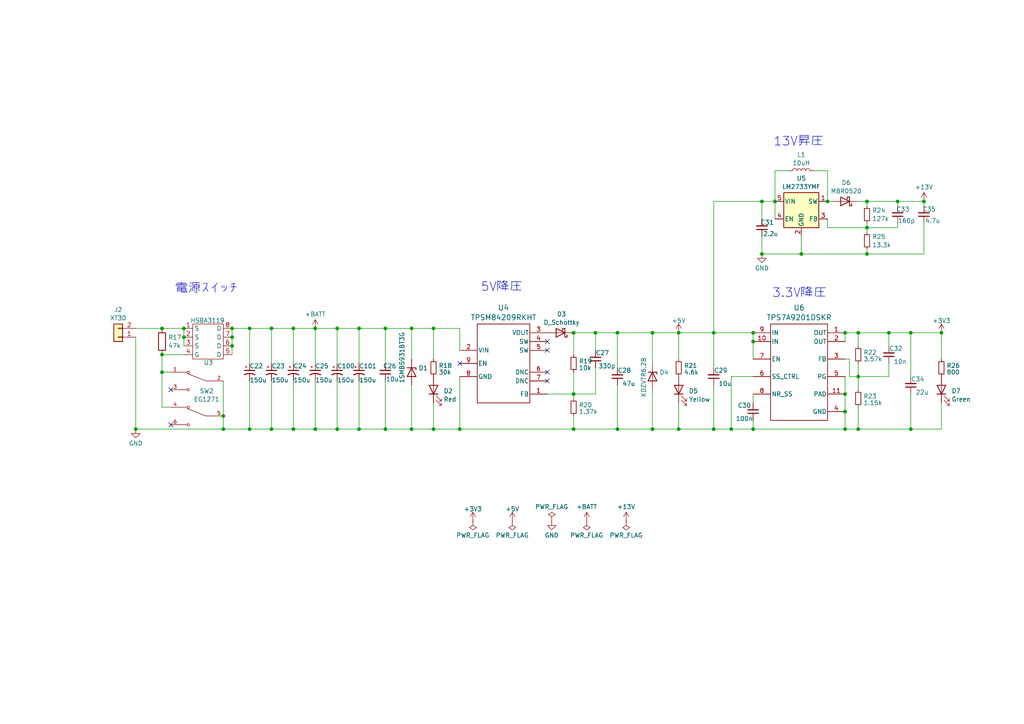
<source format=kicad_sch>
(kicad_sch (version 20231120) (generator "eeschema") (generator_version "8.0")
  (paper "A4")
  (lib_symbols
    (symbol "Connector_Generic:Conn_01x02" (pin_names (offset 1.016) hide)
      (property "Reference" "J" (at 0 2.54 0))
      (property "Value" "Conn_01x02" (at 0 -5.08 0))
      (symbol "Conn_01x02_1_1"
        (rectangle (start -1.27 -2.413) (end 0 -2.667) (stroke (width 0.1524)))
        (rectangle (start -1.27 0.127) (end 0 -0.127) (stroke (width 0.1524)))
        (rectangle (start -1.27 1.27) (end 1.27 -3.81) (stroke (width 0.254)) (fill (type background)))
        (pin passive line (at -5.08 0 0) (length 3.81) (name "Pin_1") (number "1"))
        (pin passive line (at -5.08 -2.54 0) (length 3.81) (name "Pin_2") (number "2"))
      )
    )
    (symbol "Device:C_Polarized_Small_US" (pin_numbers hide) (pin_names (offset 0.254) hide)
      (property "Reference" "C" (at 0.254 1.778 0))
      (property "Value" "C_Polarized_Small_US" (at 0.254 -2.032 0))
      (symbol "C_Polarized_Small_US_0_1"
        (polyline (pts (xy -1.524 0.508) (xy 1.524 0.508)) (stroke (width 0.3048)))
        (polyline (pts (xy -1.27 1.524) (xy -0.762 1.524)))
        (polyline (pts (xy -1.016 1.27) (xy -1.016 1.778)))
        (arc (start 1.524 -0.762) (mid 0 -0.3734) (end -1.524 -0.762) (stroke (width 0.3048)))
      )
      (symbol "C_Polarized_Small_US_1_1"
        (pin passive line (at 0 2.54 270) (length 2.032) (name "~") (number "1"))
        (pin passive line (at 0 -2.54 90) (length 2.032) (name "~") (number "2"))
      )
    )
    (symbol "Device:C_Small" (pin_numbers hide) (pin_names (offset 0.254) hide)
      (property "Reference" "C" (at 0.254 1.778 0))
      (property "Value" "C_Small" (at 0.254 -2.032 0))
      (symbol "C_Small_0_1"
        (polyline (pts (xy -1.524 -0.508) (xy 1.524 -0.508)) (stroke (width 0.3302)))
        (polyline (pts (xy -1.524 0.508) (xy 1.524 0.508)) (stroke (width 0.3048)))
      )
      (symbol "C_Small_1_1"
        (pin passive line (at 0 2.54 270) (length 2.032) (name "~") (number "1"))
        (pin passive line (at 0 -2.54 90) (length 2.032) (name "~") (number "2"))
      )
    )
    (symbol "Device:D_Schottky" (pin_numbers hide) (pin_names (offset 1.016) hide)
      (property "Reference" "D" (at 0 2.54 0))
      (property "Value" "D_Schottky" (at 0 -2.54 0))
      (symbol "D_Schottky_0_1"
        (polyline (pts (xy 1.27 0) (xy -1.27 0)))
        (polyline (pts (xy 1.27 1.27) (xy 1.27 -1.27) (xy -1.27 0) (xy 1.27 1.27)) (stroke (width 0.254)))
        (polyline (pts (xy -1.905 0.635) (xy -1.905 1.27) (xy -1.27 1.27) (xy -1.27 -1.27) (xy -0.635 -1.27) (xy -0.635 -0.635)) (stroke (width 0.254)))
      )
      (symbol "D_Schottky_1_1"
        (pin passive line (at -3.81 0 0) (length 2.54) (name "K") (number "1"))
        (pin passive line (at 3.81 0 180) (length 2.54) (name "A") (number "2"))
      )
    )
    (symbol "Device:D_Zener" (pin_numbers hide) (pin_names (offset 1.016) hide)
      (property "Reference" "D" (at 0 2.54 0))
      (property "Value" "D_Zener" (at 0 -2.54 0))
      (symbol "D_Zener_0_1"
        (polyline (pts (xy 1.27 0) (xy -1.27 0)))
        (polyline (pts (xy -1.27 -1.27) (xy -1.27 1.27) (xy -0.762 1.27)) (stroke (width 0.254)))
        (polyline (pts (xy 1.27 -1.27) (xy 1.27 1.27) (xy -1.27 0) (xy 1.27 -1.27)) (stroke (width 0.254)))
      )
      (symbol "D_Zener_1_1"
        (pin passive line (at -3.81 0 0) (length 2.54) (name "K") (number "1"))
        (pin passive line (at 3.81 0 180) (length 2.54) (name "A") (number "2"))
      )
    )
    (symbol "Device:L" (pin_numbers hide) (pin_names (offset 1.016) hide)
      (property "Reference" "L" (at -1.27 0 90))
      (property "Value" "L" (at 1.905 0 90))
      (symbol "L_0_1"
        (arc (start 0 -2.54) (mid 0.6323 -1.905) (end 0 -1.27))
        (arc (start 0 -1.27) (mid 0.6323 -0.635) (end 0 0))
        (arc (start 0 0) (mid 0.6323 0.635) (end 0 1.27))
        (arc (start 0 1.27) (mid 0.6323 1.905) (end 0 2.54))
      )
      (symbol "L_1_1"
        (pin passive line (at 0 3.81 270) (length 1.27) (name "1") (number "1"))
        (pin passive line (at 0 -3.81 90) (length 1.27) (name "2") (number "2"))
      )
    )
    (symbol "Device:LED" (pin_numbers hide) (pin_names (offset 1.016) hide)
      (property "Reference" "D" (at 0 2.54 0))
      (property "Value" "LED" (at 0 -2.54 0))
      (symbol "LED_0_1"
        (polyline (pts (xy -1.27 -1.27) (xy -1.27 1.27)) (stroke (width 0.254)))
        (polyline (pts (xy -1.27 0) (xy 1.27 0)))
        (polyline (pts (xy 1.27 -1.27) (xy 1.27 1.27) (xy -1.27 0) (xy 1.27 -1.27)) (stroke (width 0.254)))
        (polyline (pts (xy -3.048 -0.762) (xy -4.572 -2.286) (xy -3.81 -2.286) (xy -4.572 -2.286) (xy -4.572 -1.524)))
        (polyline (pts (xy -1.778 -0.762) (xy -3.302 -2.286) (xy -2.54 -2.286) (xy -3.302 -2.286) (xy -3.302 -1.524)))
      )
      (symbol "LED_1_1"
        (pin passive line (at -3.81 0 0) (length 2.54) (name "K") (number "1"))
        (pin passive line (at 3.81 0 180) (length 2.54) (name "A") (number "2"))
      )
    )
    (symbol "Device:R" (pin_numbers hide) (pin_names (offset 0))
      (property "Reference" "R" (at 2.032 0 90))
      (property "Value" "R" (at 0 0 90))
      (symbol "R_0_1"
        (rectangle (start -1.016 -2.54) (end 1.016 2.54) (stroke (width 0.254)))
      )
      (symbol "R_1_1"
        (pin passive line (at 0 3.81 270) (length 1.27) (name "~") (number "1"))
        (pin passive line (at 0 -3.81 90) (length 1.27) (name "~") (number "2"))
      )
    )
    (symbol "Device:R_Small" (pin_numbers hide) (pin_names (offset 0.254) hide)
      (property "Reference" "R" (at 0.762 0.508 0))
      (property "Value" "R_Small" (at 0.762 -1.016 0))
      (symbol "R_Small_0_1"
        (rectangle (start -0.762 1.778) (end 0.762 -1.778) (stroke (width 0.2032)))
      )
      (symbol "R_Small_1_1"
        (pin passive line (at 0 2.54 270) (length 0.762) (name "~") (number "1"))
        (pin passive line (at 0 -2.54 90) (length 0.762) (name "~") (number "2"))
      )
    )
    (symbol "Regulator_Switching:LM2733YMF" (pin_names (offset 0.254))
      (property "Reference" "U" (at -5.08 6.35 0))
      (property "Value" "LM2733YMF" (at 0 6.35 0))
      (symbol "LM2733YMF_0_1"
        (rectangle (start -5.08 5.08) (end 5.08 -5.08) (stroke (width 0.254)) (fill (type background)))
      )
      (symbol "LM2733YMF_1_1"
        (pin output line (at 7.62 2.54 180) (length 2.54) (name "SW") (number "1"))
        (pin power_in line (at 0 -7.62 90) (length 2.54) (name "GND") (number "2"))
        (pin input line (at 7.62 -2.54 180) (length 2.54) (name "FB") (number "3"))
        (pin input line (at -7.62 -2.54 0) (length 2.54) (name "EN") (number "4"))
        (pin input line (at -7.62 2.54 0) (length 2.54) (name "VIN") (number "5"))
      )
    )
    (symbol "power:+12V" (power) (pin_numbers hide) (pin_names (offset 0) hide)
      (property "Value" "+12V" (at 0 3.556 0))
      (symbol "+12V_0_1"
        (polyline (pts (xy -0.762 1.27) (xy 0 2.54)))
        (polyline (pts (xy 0 0) (xy 0 2.54)))
        (polyline (pts (xy 0 2.54) (xy 0.762 1.27)))
      )
      (symbol "+12V_1_1"
        (pin power_in line (at 0 0 90) (length 0) (name "~") (number "1"))
      )
    )
    (symbol "power:+3V3" (power) (pin_numbers hide) (pin_names (offset 0) hide)
      (property "Value" "+3V3" (at 0 3.556 0))
      (symbol "+3V3_0_1"
        (polyline (pts (xy -0.762 1.27) (xy 0 2.54)))
        (polyline (pts (xy 0 0) (xy 0 2.54)))
        (polyline (pts (xy 0 2.54) (xy 0.762 1.27)))
      )
      (symbol "+3V3_1_1"
        (pin power_in line (at 0 0 90) (length 0) (name "~") (number "1"))
      )
    )
    (symbol "power:+5V" (power) (pin_numbers hide) (pin_names (offset 0) hide)
      (property "Value" "+5V" (at 0 3.556 0))
      (symbol "+5V_0_1"
        (polyline (pts (xy -0.762 1.27) (xy 0 2.54)))
        (polyline (pts (xy 0 0) (xy 0 2.54)))
        (polyline (pts (xy 0 2.54) (xy 0.762 1.27)))
      )
      (symbol "+5V_1_1"
        (pin power_in line (at 0 0 90) (length 0) (name "~") (number "1"))
      )
    )
    (symbol "power:+BATT" (power) (pin_numbers hide) (pin_names (offset 0) hide)
      (property "Value" "+BATT" (at 0 3.556 0))
      (symbol "+BATT_0_1"
        (polyline (pts (xy -0.762 1.27) (xy 0 2.54)))
        (polyline (pts (xy 0 0) (xy 0 2.54)))
        (polyline (pts (xy 0 2.54) (xy 0.762 1.27)))
      )
      (symbol "+BATT_1_1"
        (pin power_in line (at 0 0 90) (length 0) (name "~") (number "1"))
      )
    )
    (symbol "power:GND" (power) (pin_numbers hide) (pin_names (offset 0) hide)
      (property "Value" "GND" (at 0 -3.81 0))
      (symbol "GND_0_1"
        (polyline (pts (xy 0 0) (xy 0 -1.27) (xy 1.27 -1.27) (xy 0 -2.54) (xy -1.27 -1.27) (xy 0 -1.27)))
      )
      (symbol "GND_1_1"
        (pin power_in line (at 0 0 270) (length 0) (name "~") (number "1"))
      )
    )
    (symbol "power:PWR_FLAG" (power) (pin_numbers hide) (pin_names (offset 0) hide)
      (property "Value" "PWR_FLAG" (at 0 3.81 0))
      (symbol "PWR_FLAG_0_0"
        (pin power_out line (at 0 0 90) (length 0) (name "~") (number "1"))
      )
      (symbol "PWR_FLAG_0_1"
        (polyline (pts (xy 0 0) (xy 0 1.27) (xy -1.016 1.905) (xy 0 2.54) (xy 1.016 1.905) (xy 0 1.27)))
      )
    )
    (symbol "robocon:EG1271" (pin_names (offset 1.016))
      (property "Reference" "SW" (at -2.54 10.16 0))
      (property "Value" "EG1271" (at -2.54 -10.16 0))
      (symbol "EG1271_0_0"
        (polyline (pts (xy -2.54 -5.08) (xy -5.08 -5.08)) (stroke (width 0.1524)))
        (polyline (pts (xy -2.54 -5.08) (xy 2.794 -2.9464)) (stroke (width 0.1524)))
        (polyline (pts (xy -2.54 5.08) (xy -5.08 5.08)) (stroke (width 0.1524)))
        (polyline (pts (xy -2.54 5.08) (xy 2.794 7.2136)) (stroke (width 0.1524)))
        (polyline (pts (xy 5.08 -7.62) (xy 2.921 -7.62)) (stroke (width 0.1524)))
        (polyline (pts (xy 5.08 -2.54) (xy 2.921 -2.54)) (stroke (width 0.1524)))
        (polyline (pts (xy 5.08 2.54) (xy 2.921 2.54)) (stroke (width 0.1524)))
        (polyline (pts (xy 5.08 7.62) (xy 2.921 7.62)) (stroke (width 0.1524)))
        (circle (center 2.54 -7.62) (radius 0.3302) (stroke (width 0.1524)))
        (circle (center 2.54 -2.54) (radius 0.3302) (stroke (width 0.1524)))
        (circle (center 2.54 2.54) (radius 0.3302) (stroke (width 0.1524)))
        (circle (center 2.54 7.62) (radius 0.3302) (stroke (width 0.1524)))
        (pin passive line (at 7.62 7.62 180) (length 2.54) (name "~") (number "1"))
        (pin passive line (at -7.62 5.08 0) (length 2.54) (name "~") (number "2"))
        (pin passive line (at 7.62 2.54 180) (length 2.54) (name "~") (number "3"))
        (pin passive line (at 7.62 -2.54 180) (length 2.54) (name "~") (number "4"))
        (pin passive line (at -7.62 -5.08 0) (length 2.54) (name "~") (number "5"))
        (pin passive line (at 7.62 -7.62 180) (length 2.54) (name "~") (number "6"))
      )
    )
    (symbol "robocon:ESN7403"
      (property "Reference" "U" (at 0.508 3.556 0))
      (symbol "ESN7403_0_1"
        (rectangle (start -3.81 -7.62) (end 5.08 2.54))
      )
      (symbol "ESN7403_1_1"
        (pin passive line (at 7.62 -6.35 180) (length 2.54) (name "S") (number "1"))
        (pin passive line (at 7.62 -3.81 180) (length 2.54) (name "S") (number "2"))
        (pin passive line (at 7.62 -1.27 180) (length 2.54) (name "S") (number "3"))
        (pin passive line (at 7.62 1.27 180) (length 2.54) (name "G") (number "4"))
        (pin passive line (at -6.35 1.27 0) (length 2.54) (name "D") (number "5"))
        (pin passive line (at -6.35 -1.27 0) (length 2.54) (name "D") (number "6"))
        (pin passive line (at -6.35 -3.81 0) (length 2.54) (name "D") (number "7"))
        (pin passive line (at -6.35 -6.35 0) (length 2.54) (name "D") (number "8"))
      )
    )
    (symbol "robocon:TPS7A9201DSKT" (pin_names (offset 0.254))
      (property "Reference" "U" (at 0 16.764 0))
      (property "Value" "TPS7A9201DSKT" (at 0 14.224 0))
      (symbol "TPS7A9201DSKT_0_1"
        (polyline (pts (xy -8.89 -15.24) (xy 7.62 -15.24)) (stroke (width 0.2032)))
        (polyline (pts (xy -8.89 12.7) (xy -8.89 -15.24)) (stroke (width 0.2032)))
        (polyline (pts (xy 7.62 -15.24) (xy 7.62 12.7)) (stroke (width 0.2032)))
        (polyline (pts (xy 7.62 12.7) (xy -8.89 12.7)) (stroke (width 0.2032)))
        (pin power_in line (at 12.7 10.16 180) (length 5.08) (name "OUT") (number "1"))
        (pin power_in line (at -13.97 7.62 0) (length 5.08) (name "IN") (number "10"))
        (pin power_in line (at 12.7 -7.62 180) (length 5.08) (name "PAD") (number "11"))
        (pin power_in line (at 12.7 7.62 180) (length 5.08) (name "OUT") (number "2"))
        (pin input line (at 12.7 2.54 180) (length 5.08) (name "FB") (number "3"))
        (pin power_in line (at 12.7 -12.7 180) (length 5.08) (name "GND") (number "4"))
        (pin input line (at -13.97 -2.54 0) (length 5.08) (name "SS_CTRL") (number "6"))
        (pin input line (at -13.97 2.54 0) (length 5.08) (name "EN") (number "7"))
        (pin power_in line (at -13.97 10.16 0) (length 5.08) (name "IN") (number "9"))
      )
      (symbol "TPS7A9201DSKT_1_1"
        (pin input line (at 12.7 -2.54 180) (length 5.08) (name "PG") (number "5"))
        (pin passive line (at -13.97 -7.62 0) (length 5.08) (name "NR_SS") (number "8"))
      )
    )
    (symbol "robocon:TPSM84209RKHT" (pin_names (offset 0.254))
      (property "Reference" "U" (at 0 15.24 0))
      (property "Value" "TPSM84209RKHT" (at 0 12.7 0))
      (symbol "TPSM84209RKHT_0_1"
        (polyline (pts (xy -7.62 -11.43) (xy 7.62 -11.43)) (stroke (width 0.2032)))
        (polyline (pts (xy -7.62 11.43) (xy -7.62 -11.43)) (stroke (width 0.2032)))
        (polyline (pts (xy 7.62 -11.43) (xy 7.62 11.43)) (stroke (width 0.2032)))
        (polyline (pts (xy 7.62 11.43) (xy -7.62 11.43)) (stroke (width 0.2032)))
        (pin input line (at 12.7 -8.89 180) (length 5.08) (name "FB") (number "1"))
        (pin power_in line (at -12.7 3.81 0) (length 5.08) (name "VIN") (number "2"))
        (pin power_in line (at 12.7 6.35 180) (length 5.08) (name "SW") (number "4"))
        (pin power_in line (at 12.7 3.81 180) (length 5.08) (name "SW") (number "5"))
        (pin unspecified line (at 12.7 -2.54 180) (length 5.08) (name "DNC") (number "6"))
        (pin unspecified line (at 12.7 -5.08 180) (length 5.08) (name "DNC") (number "7"))
        (pin power_in line (at -12.7 -3.81 0) (length 5.08) (name "GND") (number "8"))
        (pin input line (at -12.7 0 0) (length 5.08) (name "EN") (number "9"))
      )
      (symbol "TPSM84209RKHT_1_1"
        (pin output line (at 12.7 8.89 180) (length 5.08) (name "VOUT") (number "3"))
      )
    )
  )
  (junction (at 224.79 58.42))
  (junction (at 248.92 124.46))
  (junction (at 245.11 124.46))
  (junction (at 220.98 58.42))
  (junction (at 104.14 95.25))
  (junction (at 248.92 96.52))
  (junction (at 91.44 124.46))
  (junction (at 251.46 66.04))
  (junction (at 196.85 96.52))
  (junction (at 133.35 124.46))
  (junction (at 64.77 124.46))
  (junction (at 257.81 96.52))
  (junction (at 260.35 58.42))
  (junction (at 67.31 97.79))
  (junction (at 111.76 124.46))
  (junction (at 212.09 124.46))
  (junction (at 111.76 95.25))
  (junction (at 67.31 100.33))
  (junction (at 67.31 95.25))
  (junction (at 179.07 96.52))
  (junction (at 245.11 114.3))
  (junction (at 232.41 73.66))
  (junction (at 104.14 124.46))
  (junction (at 64.77 120.65))
  (junction (at 207.01 124.46))
  (junction (at 218.44 96.52))
  (junction (at 91.44 95.25))
  (junction (at 53.34 97.79))
  (junction (at 273.05 96.52))
  (junction (at 119.38 124.46))
  (junction (at 220.98 73.66))
  (junction (at 125.73 124.46))
  (junction (at 245.11 119.38))
  (junction (at 78.74 95.25))
  (junction (at 78.74 124.46))
  (junction (at 85.09 124.46))
  (junction (at 196.85 124.46))
  (junction (at 46.99 102.87))
  (junction (at 218.44 99.06))
  (junction (at 172.72 96.52))
  (junction (at 53.34 95.25))
  (junction (at 85.09 95.25))
  (junction (at 39.37 124.46))
  (junction (at 46.99 95.25))
  (junction (at 189.23 96.52))
  (junction (at 264.16 96.52))
  (junction (at 179.07 124.46))
  (junction (at 218.44 124.46))
  (junction (at 119.38 95.25))
  (junction (at 46.99 107.95))
  (junction (at 251.46 58.42))
  (junction (at 267.97 58.42))
  (junction (at 97.79 95.25))
  (junction (at 189.23 124.46))
  (junction (at 166.37 96.52))
  (junction (at 166.37 114.3))
  (junction (at 72.39 95.25))
  (junction (at 264.16 124.46))
  (junction (at 251.46 73.66))
  (junction (at 207.01 96.52))
  (junction (at 166.37 124.46))
  (junction (at 125.73 95.25))
  (junction (at 245.11 96.52))
  (junction (at 72.39 124.46))
  (junction (at 97.79 124.46))
  (junction (at 248.92 109.22))
  (junction (at 240.03 58.42))
  (no_connect (at 158.75 110.49))
  (no_connect (at 49.53 113.03))
  (no_connect (at 49.53 123.19))
  (no_connect (at 158.75 99.06))
  (no_connect (at 133.35 105.41))
  (no_connect (at 158.75 101.6))
  (no_connect (at 158.75 107.95))
  (wire (pts (xy 245.11 109.22) (xy 245.11 114.3)))
  (wire (pts (xy 166.37 96.52) (xy 172.72 96.52)))
  (wire (pts (xy 172.72 101.6) (xy 172.72 96.52)))
  (wire (pts (xy 39.37 95.25) (xy 46.99 95.25)))
  (wire (pts (xy 220.98 73.66) (xy 232.41 73.66)))
  (wire (pts (xy 218.44 99.06) (xy 218.44 104.14)))
  (wire (pts (xy 104.14 124.46) (xy 111.76 124.46)))
  (wire (pts (xy 166.37 114.3) (xy 166.37 107.95)))
  (wire (pts (xy 67.31 97.79) (xy 67.31 100.33)))
  (wire (pts (xy 248.92 124.46) (xy 264.16 124.46)))
  (wire (pts (xy 196.85 104.14) (xy 196.85 96.52)))
  (wire (pts (xy 189.23 113.03) (xy 189.23 124.46)))
  (wire (pts (xy 220.98 68.58) (xy 220.98 73.66)))
  (wire (pts (xy 72.39 95.25) (xy 72.39 105.41)))
  (wire (pts (xy 207.01 106.68) (xy 207.01 96.52)))
  (wire (pts (xy 119.38 95.25) (xy 125.73 95.25)))
  (wire (pts (xy 224.79 58.42) (xy 224.79 63.5)))
  (wire (pts (xy 189.23 124.46) (xy 196.85 124.46)))
  (wire (pts (xy 246.38 104.14) (xy 246.38 109.22)))
  (wire (pts (xy 251.46 66.04) (xy 260.35 66.04)))
  (wire (pts (xy 78.74 95.25) (xy 85.09 95.25)))
  (wire (pts (xy 78.74 124.46) (xy 85.09 124.46)))
  (wire (pts (xy 91.44 95.25) (xy 97.79 95.25)))
  (wire (pts (xy 248.92 109.22) (xy 257.81 109.22)))
  (wire (pts (xy 240.03 66.04) (xy 251.46 66.04)))
  (wire (pts (xy 207.01 124.46) (xy 212.09 124.46)))
  (wire (pts (xy 133.35 109.22) (xy 133.35 124.46)))
  (wire (pts (xy 212.09 124.46) (xy 218.44 124.46)))
  (wire (pts (xy 228.6 49.53) (xy 224.79 49.53)))
  (wire (pts (xy 85.09 124.46) (xy 91.44 124.46)))
  (wire (pts (xy 46.99 118.11) (xy 49.53 118.11)))
  (wire (pts (xy 251.46 66.04) (xy 251.46 67.31)))
  (wire (pts (xy 232.41 73.66) (xy 232.41 68.58)))
  (wire (pts (xy 257.81 105.41) (xy 257.81 109.22)))
  (wire (pts (xy 260.35 58.42) (xy 267.97 58.42)))
  (wire (pts (xy 218.44 109.22) (xy 212.09 109.22)))
  (wire (pts (xy 72.39 124.46) (xy 78.74 124.46)))
  (wire (pts (xy 119.38 111.76) (xy 119.38 124.46)))
  (wire (pts (xy 218.44 124.46) (xy 245.11 124.46)))
  (wire (pts (xy 172.72 106.68) (xy 172.72 114.3)))
  (wire (pts (xy 236.22 49.53) (xy 240.03 49.53)))
  (wire (pts (xy 67.31 95.25) (xy 67.31 97.79)))
  (wire (pts (xy 111.76 95.25) (xy 119.38 95.25)))
  (wire (pts (xy 78.74 95.25) (xy 78.74 105.41)))
  (wire (pts (xy 220.98 58.42) (xy 224.79 58.42)))
  (wire (pts (xy 224.79 49.53) (xy 224.79 58.42)))
  (wire (pts (xy 104.14 110.49) (xy 104.14 124.46)))
  (wire (pts (xy 111.76 124.46) (xy 119.38 124.46)))
  (wire (pts (xy 78.74 110.49) (xy 78.74 124.46)))
  (wire (pts (xy 53.34 95.25) (xy 53.34 97.79)))
  (wire (pts (xy 220.98 58.42) (xy 207.01 58.42)))
  (wire (pts (xy 207.01 58.42) (xy 207.01 96.52)))
  (wire (pts (xy 67.31 95.25) (xy 72.39 95.25)))
  (wire (pts (xy 273.05 104.14) (xy 273.05 96.52)))
  (wire (pts (xy 158.75 114.3) (xy 166.37 114.3)))
  (wire (pts (xy 64.77 120.65) (xy 64.77 124.46)))
  (wire (pts (xy 248.92 109.22) (xy 248.92 113.03)))
  (wire (pts (xy 166.37 124.46) (xy 166.37 120.65)))
  (wire (pts (xy 104.14 95.25) (xy 111.76 95.25)))
  (wire (pts (xy 91.44 95.25) (xy 85.09 95.25)))
  (wire (pts (xy 133.35 124.46) (xy 166.37 124.46)))
  (wire (pts (xy 125.73 95.25) (xy 125.73 104.14)))
  (wire (pts (xy 179.07 111.76) (xy 179.07 124.46)))
  (wire (pts (xy 245.11 104.14) (xy 246.38 104.14)))
  (wire (pts (xy 179.07 96.52) (xy 189.23 96.52)))
  (wire (pts (xy 64.77 124.46) (xy 72.39 124.46)))
  (wire (pts (xy 46.99 107.95) (xy 46.99 118.11)))
  (wire (pts (xy 251.46 73.66) (xy 267.97 73.66)))
  (wire (pts (xy 248.92 96.52) (xy 245.11 96.52)))
  (wire (pts (xy 91.44 124.46) (xy 97.79 124.46)))
  (wire (pts (xy 251.46 58.42) (xy 260.35 58.42)))
  (wire (pts (xy 248.92 100.33) (xy 248.92 96.52)))
  (wire (pts (xy 248.92 124.46) (xy 245.11 124.46)))
  (wire (pts (xy 218.44 121.92) (xy 218.44 124.46)))
  (wire (pts (xy 46.99 102.87) (xy 46.99 107.95)))
  (wire (pts (xy 111.76 110.49) (xy 111.76 124.46)))
  (wire (pts (xy 196.85 116.84) (xy 196.85 124.46)))
  (wire (pts (xy 267.97 64.77) (xy 267.97 73.66)))
  (wire (pts (xy 189.23 96.52) (xy 196.85 96.52)))
  (wire (pts (xy 251.46 64.77) (xy 251.46 66.04)))
  (wire (pts (xy 246.38 109.22) (xy 248.92 109.22)))
  (wire (pts (xy 67.31 100.33) (xy 67.31 102.87)))
  (wire (pts (xy 240.03 63.5) (xy 240.03 66.04)))
  (wire (pts (xy 260.35 58.42) (xy 260.35 59.69)))
  (wire (pts (xy 53.34 95.25) (xy 46.99 95.25)))
  (wire (pts (xy 257.81 96.52) (xy 257.81 100.33)))
  (wire (pts (xy 264.16 114.3) (xy 264.16 124.46)))
  (wire (pts (xy 245.11 114.3) (xy 245.11 119.38)))
  (wire (pts (xy 273.05 96.52) (xy 264.16 96.52)))
  (wire (pts (xy 245.11 96.52) (xy 245.11 99.06)))
  (wire (pts (xy 85.09 110.49) (xy 85.09 124.46)))
  (wire (pts (xy 248.92 105.41) (xy 248.92 109.22)))
  (wire (pts (xy 196.85 96.52) (xy 207.01 96.52)))
  (wire (pts (xy 104.14 95.25) (xy 104.14 105.41)))
  (wire (pts (xy 257.81 96.52) (xy 264.16 96.52)))
  (wire (pts (xy 111.76 95.25) (xy 111.76 105.41)))
  (wire (pts (xy 91.44 110.49) (xy 91.44 124.46)))
  (wire (pts (xy 72.39 110.49) (xy 72.39 124.46)))
  (wire (pts (xy 91.44 95.25) (xy 91.44 105.41)))
  (wire (pts (xy 179.07 124.46) (xy 166.37 124.46)))
  (wire (pts (xy 251.46 72.39) (xy 251.46 73.66)))
  (wire (pts (xy 119.38 124.46) (xy 125.73 124.46)))
  (wire (pts (xy 125.73 116.84) (xy 125.73 124.46)))
  (wire (pts (xy 220.98 63.5) (xy 220.98 58.42)))
  (wire (pts (xy 248.92 58.42) (xy 251.46 58.42)))
  (wire (pts (xy 248.92 96.52) (xy 257.81 96.52)))
  (wire (pts (xy 196.85 124.46) (xy 207.01 124.46)))
  (wire (pts (xy 64.77 110.49) (xy 64.77 120.65)))
  (wire (pts (xy 189.23 96.52) (xy 189.23 105.41)))
  (wire (pts (xy 207.01 96.52) (xy 218.44 96.52)))
  (wire (pts (xy 218.44 116.84) (xy 218.44 114.3)))
  (wire (pts (xy 218.44 96.52) (xy 218.44 99.06)))
  (wire (pts (xy 166.37 114.3) (xy 172.72 114.3)))
  (wire (pts (xy 245.11 124.46) (xy 245.11 119.38)))
  (wire (pts (xy 166.37 102.87) (xy 166.37 96.52)))
  (wire (pts (xy 119.38 95.25) (xy 119.38 104.14)))
  (wire (pts (xy 267.97 59.69) (xy 267.97 58.42)))
  (wire (pts (xy 251.46 59.69) (xy 251.46 58.42)))
  (wire (pts (xy 39.37 124.46) (xy 39.37 97.79)))
  (wire (pts (xy 85.09 95.25) (xy 85.09 105.41)))
  (wire (pts (xy 264.16 124.46) (xy 273.05 124.46)))
  (wire (pts (xy 179.07 96.52) (xy 172.72 96.52)))
  (wire (pts (xy 179.07 124.46) (xy 189.23 124.46)))
  (wire (pts (xy 39.37 124.46) (xy 64.77 124.46)))
  (wire (pts (xy 125.73 124.46) (xy 133.35 124.46)))
  (wire (pts (xy 179.07 106.68) (xy 179.07 96.52)))
  (wire (pts (xy 97.79 124.46) (xy 104.14 124.46)))
  (wire (pts (xy 133.35 95.25) (xy 133.35 101.6)))
  (wire (pts (xy 72.39 95.25) (xy 78.74 95.25)))
  (wire (pts (xy 97.79 110.49) (xy 97.79 124.46)))
  (wire (pts (xy 166.37 115.57) (xy 166.37 114.3)))
  (wire (pts (xy 240.03 49.53) (xy 240.03 58.42)))
  (wire (pts (xy 53.34 97.79) (xy 53.34 100.33)))
  (wire (pts (xy 240.03 58.42) (xy 241.3 58.42)))
  (wire (pts (xy 207.01 111.76) (xy 207.01 124.46)))
  (wire (pts (xy 212.09 109.22) (xy 212.09 124.46)))
  (wire (pts (xy 260.35 66.04) (xy 260.35 64.77)))
  (wire (pts (xy 264.16 109.22) (xy 264.16 96.52)))
  (wire (pts (xy 97.79 95.25) (xy 97.79 105.41)))
  (wire (pts (xy 49.53 107.95) (xy 46.99 107.95)))
  (wire (pts (xy 125.73 95.25) (xy 133.35 95.25)))
  (wire (pts (xy 232.41 73.66) (xy 251.46 73.66)))
  (wire (pts (xy 273.05 116.84) (xy 273.05 124.46)))
  (wire (pts (xy 248.92 118.11) (xy 248.92 124.46)))
  (wire (pts (xy 46.99 102.87) (xy 53.34 102.87)))
  (wire (pts (xy 97.79 95.25) (xy 104.14 95.25)))
  (text "3.3V降圧" (at 231.902 85.09 0) (effects (font (size 2.54 2.54))))
  (text "13V昇圧" (at 231.648 41.148 0) (effects (font (size 2.54 2.54))))
  (text "電源スイッチ" (at 59.944 83.82 0) (effects (font (size 2.54 2.54))))
  (text "5V降圧" (at 145.542 83.312 0) (effects (font (size 2.54 2.54))))
  (symbol (lib_id "power:+5V") (at 196.85 96.52 0) (unit 1)
    (property "Reference" "#PWR045" (effects (hide yes)))
    (property "Value" "+5V" (at 196.85 93.0181 0))
    (property "Description" "Power symbol creates a global label with name \"+5V\"" (effects (hide yes)))
  )
  (symbol (lib_id "power:+12V") (at 181.61 151.13 0) (unit 1)
    (property "Reference" "#PWR044" (effects (hide yes)))
    (property "Value" "+13V" (at 181.61 146.9969 0))
    (property "Description" "Power symbol creates a global label with name \"+12V\"" (effects (hide yes)))
  )
  (symbol (lib_id "Device:L") (at 232.41 49.53 90) (unit 1)
    (property "Reference" "L1" (at 232.41 44.8802 90))
    (property "Value" "10uH" (at 232.41 47.3045 90))
    (property "Footprint" "Inductor_SMD:L_1008_2520Metric" (effects (hide yes)))
    (property "Datasheet" "C237599" (effects (hide yes)))
    (property "Description" "Inductor" (effects (hide yes)))
  )
  (symbol (lib_id "Device:C_Polarized_Small_US") (at 97.79 107.95 0) (unit 1)
    (property "Reference" "C100" (at 97.79 106.172 0) (effects (justify left)))
    (property "Value" "150u" (at 97.79 110.236 0) (effects (justify left)))
    (property "Footprint" "Capacitor_Tantalum_SMD:CP_EIA-7343-31_Kemet-D" (effects (hide yes)))
    (property "Datasheet" "C2158477" (effects (hide yes)))
    (property "Description" "Polarized capacitor, small US symbol" (effects (hide yes)))
  )
  (symbol (lib_id "Device:R_Small") (at 251.46 69.85 180) (unit 1)
    (property "Reference" "R25" (at 252.9586 68.6378 0) (effects (justify right)))
    (property "Value" "13.3k" (at 252.9586 71.0621 0) (effects (justify right)))
    (property "Footprint" "Resistor_SMD:R_0402_1005Metric" (effects (hide yes)))
    (property "Datasheet" "C122547" (effects (hide yes)))
    (property "Description" "Resistor, small symbol" (effects (hide yes)))
  )
  (symbol (lib_id "Device:C_Small") (at 257.81 102.87 180) (unit 1)
    (property "Reference" "C32" (at 259.842 101.092 0))
    (property "Value" "10n" (at 261.112 104.902 0))
    (property "Footprint" "Capacitor_SMD:C_0402_1005Metric" (effects (hide yes)))
    (property "Datasheet" "C77019" (effects (hide yes)))
    (property "Description" "Unpolarized capacitor, small symbol" (effects (hide yes)))
  )
  (symbol (lib_id "Device:C_Small") (at 267.97 62.23 180) (unit 1)
    (property "Reference" "C35" (at 269.494 60.706 0))
    (property "Value" "4.7u" (at 270.51 64.008 0))
    (property "Footprint" "Capacitor_SMD:C_0402_1005Metric" (effects (hide yes)))
    (property "Datasheet" "C2858031" (effects (hide yes)))
    (property "Description" "Unpolarized capacitor, small symbol" (effects (hide yes)))
  )
  (symbol (lib_id "power:PWR_FLAG") (at 181.61 151.13 180) (unit 1)
    (property "Reference" "#FLG05" (effects (hide yes)))
    (property "Value" "PWR_FLAG" (at 181.61 155.2631 0))
    (property "Description" "Special symbol for telling ERC where power comes from" (effects (hide yes)))
  )
  (symbol (lib_id "Device:C_Polarized_Small_US") (at 104.14 107.95 0) (unit 1)
    (property "Reference" "C101" (at 104.14 106.172 0) (effects (justify left)))
    (property "Value" "150u" (at 104.14 110.236 0) (effects (justify left)))
    (property "Footprint" "Capacitor_Tantalum_SMD:CP_EIA-7343-31_Kemet-D" (effects (hide yes)))
    (property "Datasheet" "C2158477" (effects (hide yes)))
    (property "Description" "Polarized capacitor, small US symbol" (effects (hide yes)))
  )
  (symbol (lib_id "power:+BATT") (at 170.18 151.13 0) (unit 1)
    (property "Reference" "#PWR043" (effects (hide yes)))
    (property "Value" "+BATT" (at 170.18 146.9969 0))
    (property "Description" "Power symbol creates a global label with name \"+BATT\"" (effects (hide yes)))
  )
  (symbol (lib_id "power:GND") (at 220.98 73.66 0) (unit 1)
    (property "Reference" "#PWR046" (effects (hide yes)))
    (property "Value" "GND" (at 220.98 77.7955 0))
    (property "Description" "Power symbol creates a global label with name \"GND\" , ground" (effects (hide yes)))
  )
  (symbol (lib_id "Device:R_Small") (at 248.92 102.87 180) (unit 1)
    (property "Reference" "R22" (at 250.4186 102.2263 0) (effects (justify right)))
    (property "Value" "3.57k" (at 250.4186 104.1473 0) (effects (justify right)))
    (property "Footprint" "Resistor_SMD:R_0402_1005Metric" (effects (hide yes)))
    (property "Datasheet" "C284525" (effects (hide yes)))
    (property "Description" "Resistor, small symbol" (effects (hide yes)))
  )
  (symbol (lib_id "robocon:ESN7403") (at 60.96 101.6 180) (unit 1)
    (property "Reference" "U3" (at 60.452 105.156 0))
    (property "Value" "HSBA3119" (at 60.198 92.964 0))
    (property "Footprint" "robot_contest:IRFH7084TRPBF_INF" (effects (hide yes)))
    (property "Datasheet" "C537895" (effects (hide yes)))
  )
  (symbol (lib_id "Device:C_Small") (at 218.44 119.38 0) (mirror x) (unit 1)
    (property "Reference" "C30" (at 215.9 117.602 0))
    (property "Value" "100n" (at 215.9 121.412 0))
    (property "Footprint" "Capacitor_SMD:C_0402_1005Metric" (effects (hide yes)))
    (property "Datasheet" "C77020" (effects (hide yes)))
    (property "Description" "Unpolarized capacitor, small symbol" (effects (hide yes)))
  )
  (symbol (lib_id "Device:R") (at 46.99 99.06 180) (unit 1)
    (property "Reference" "R17" (at 48.768 97.8478 0) (effects (justify right)))
    (property "Value" "47k" (at 48.768 100.2721 0) (effects (justify right)))
    (property "Footprint" "Resistor_SMD:R_0402_1005Metric" (effects (hide yes)))
    (property "Datasheet" "C163440" (effects (hide yes)))
    (property "Description" "Resistor" (effects (hide yes)))
  )
  (symbol (lib_id "Device:R_Small") (at 248.92 115.57 180) (unit 1)
    (property "Reference" "R23" (at 250.4186 114.9263 0) (effects (justify right)))
    (property "Value" "1.15k" (at 250.4186 116.8473 0) (effects (justify right)))
    (property "Footprint" "Resistor_SMD:R_0402_1005Metric" (effects (hide yes)))
    (property "Datasheet" "C226842" (effects (hide yes)))
    (property "Description" "Resistor, small symbol" (effects (hide yes)))
  )
  (symbol (lib_id "Connector_Generic:Conn_01x02") (at 34.29 97.79 180) (unit 1)
    (property "Reference" "J2" (at 34.29 89.8355 0))
    (property "Value" "XT30" (at 34.29 92.2598 0))
    (property "Footprint" "robot_contest:AMASS_XT30PW-M_1x02_P2.50mm_Horizontal" (effects (hide yes)))
    (property "Datasheet" "C431092" (effects (hide yes)))
    (property "Description" "Generic connector, single row, 01x02, script generated (kicad-library-utils/schlib/autogen/connector/)" (effects (hide yes)))
  )
  (symbol (lib_id "Device:LED") (at 196.85 113.03 90) (unit 1)
    (property "Reference" "D5" (at 199.771 113.4053 90) (effects (justify right)))
    (property "Value" "Yellow" (at 199.771 115.8296 90) (effects (justify right)))
    (property "Footprint" "LED_SMD:LED_0603_1608Metric" (effects (hide yes)))
    (property "Datasheet" "C965808" (effects (hide yes)))
    (property "Description" "Light emitting diode" (effects (hide yes)))
  )
  (symbol (lib_id "power:+BATT") (at 91.44 95.25 0) (unit 1)
    (property "Reference" "#PWR039" (effects (hide yes)))
    (property "Value" "+BATT" (at 91.44 91.1169 0))
    (property "Description" "Power symbol creates a global label with name \"+BATT\"" (effects (hide yes)))
  )
  (symbol (lib_id "power:GND") (at 160.02 151.13 0) (unit 1)
    (property "Reference" "#PWR042" (effects (hide yes)))
    (property "Value" "GND" (at 160.02 155.2655 0))
    (property "Description" "Power symbol creates a global label with name \"GND\" , ground" (effects (hide yes)))
  )
  (symbol (lib_id "power:+3V3") (at 137.16 151.13 0) (unit 1)
    (property "Reference" "#PWR040" (effects (hide yes)))
    (property "Value" "+3V3" (at 137.16 147.6281 0))
    (property "Description" "Power symbol creates a global label with name \"+3V3\"" (effects (hide yes)))
  )
  (symbol (lib_id "Device:R_Small") (at 251.46 62.23 180) (unit 1)
    (property "Reference" "R24" (at 252.9586 61.0178 0) (effects (justify right)))
    (property "Value" "127k" (at 252.9586 63.4421 0) (effects (justify right)))
    (property "Footprint" "Resistor_SMD:R_0402_1005Metric" (effects (hide yes)))
    (property "Datasheet" "C25751" (effects (hide yes)))
    (property "Description" "Resistor, small symbol" (effects (hide yes)))
  )
  (symbol (lib_id "Device:D_Zener") (at 189.23 109.22 270) (unit 1)
    (property "Reference" "D4" (at 191.262 108.0078 90) (effects (justify left)))
    (property "Value" "KDZVTR6.2B" (at 186.69 103.632 0) (effects (justify left)))
    (property "Footprint" "Diode_SMD:D_SOD-123F" (effects (hide yes)))
    (property "Datasheet" "C209592" (effects (hide yes)))
    (property "Description" "Zener diode" (effects (hide yes)))
  )
  (symbol (lib_id "Device:D_Schottky") (at 245.11 58.42 180) (unit 1)
    (property "Reference" "D6" (at 245.4275 53.0055 0))
    (property "Value" "MBR0520" (at 245.4275 55.4298 0))
    (property "Footprint" "Diode_SMD:D_SOD-123" (effects (hide yes)))
    (property "Datasheet" "C23848" (effects (hide yes)))
    (property "Description" "Schottky diode" (effects (hide yes)))
  )
  (symbol (lib_id "Device:R_Small") (at 273.05 106.68 180) (unit 1)
    (property "Reference" "R26" (at 274.5486 106.0363 0) (effects (justify right)))
    (property "Value" "800" (at 274.5486 107.9573 0) (effects (justify right)))
    (property "Footprint" "Resistor_SMD:R_0402_1005Metric" (effects (hide yes)))
    (property "Datasheet" "C2906885" (effects (hide yes)))
    (property "Description" "Resistor, small symbol" (effects (hide yes)))
  )
  (symbol (lib_id "Device:C_Small") (at 220.98 66.04 180) (unit 1)
    (property "Reference" "C31" (at 222.504 64.516 0))
    (property "Value" "2.2u" (at 223.52 67.818 0))
    (property "Footprint" "Capacitor_SMD:C_0402_1005Metric" (effects (hide yes)))
    (property "Datasheet" "C697612" (effects (hide yes)))
    (property "Description" "Unpolarized capacitor, small symbol" (effects (hide yes)))
  )
  (symbol (lib_id "Device:C_Small") (at 111.76 107.95 180) (unit 1)
    (property "Reference" "C26" (at 113.03 106.172 0))
    (property "Value" "10u" (at 113.792 109.982 0))
    (property "Footprint" "Capacitor_SMD:C_0805_2012Metric" (effects (hide yes)))
    (property "Datasheet" "C694191" (effects (hide yes)))
    (property "Description" "Unpolarized capacitor, small symbol" (effects (hide yes)))
  )
  (symbol (lib_id "Device:C_Small") (at 179.07 109.22 180) (unit 1)
    (property "Reference" "C28" (at 181.102 107.442 0))
    (property "Value" "47u" (at 182.372 111.252 0))
    (property "Footprint" "Capacitor_SMD:C_0805_2012Metric" (effects (hide yes)))
    (property "Datasheet" "C2292827" (effects (hide yes)))
    (property "Description" "Unpolarized capacitor, small symbol" (effects (hide yes)))
  )
  (symbol (lib_id "Device:R_Small") (at 166.37 118.11 180) (unit 1)
    (property "Reference" "R20" (at 167.8686 117.4663 0) (effects (justify right)))
    (property "Value" "1.37k" (at 167.8686 119.3873 0) (effects (justify right)))
    (property "Footprint" "Resistor_SMD:R_0402_1005Metric" (effects (hide yes)))
    (property "Datasheet" "C5126218" (effects (hide yes)))
    (property "Description" "Resistor, small symbol" (effects (hide yes)))
  )
  (symbol (lib_id "robocon:EG1271") (at 57.15 115.57 0) (mirror y) (unit 1)
    (property "Reference" "SW2" (at 59.944 113.3997 0))
    (property "Value" "EG1271" (at 59.944 115.824 0))
    (property "Footprint" "robot_contest:SW_EG1271" (effects (hide yes)))
    (property "Datasheet" "C273396" (effects (hide yes)))
    (property "PARTREV" "G" (effects (hide yes)))
    (property "SNAPEDA_PN" "EG1271" (effects (hide yes)))
    (property "STANDARD" "Manufacturer Recommendations" (effects (hide yes)))
    (property "MAXIMUM_PACKAGE_HEIGHT" "5.5 mm" (effects (hide yes)))
    (property "MANUFACTURER" "E-Switch" (effects (hide yes)))
  )
  (symbol (lib_id "power:PWR_FLAG") (at 160.02 151.13 0) (unit 1)
    (property "Reference" "#FLG03" (effects (hide yes)))
    (property "Value" "PWR_FLAG" (at 160.02 146.9969 0))
    (property "Description" "Special symbol for telling ERC where power comes from" (effects (hide yes)))
  )
  (symbol (lib_id "power:PWR_FLAG") (at 148.59 151.13 180) (unit 1)
    (property "Reference" "#FLG02" (effects (hide yes)))
    (property "Value" "PWR_FLAG" (at 148.59 155.2655 0))
    (property "Description" "Special symbol for telling ERC where power comes from" (effects (hide yes)))
  )
  (symbol (lib_id "Device:C_Polarized_Small_US") (at 91.44 107.95 0) (unit 1)
    (property "Reference" "C25" (at 91.44 106.172 0) (effects (justify left)))
    (property "Value" "150u" (at 91.44 110.236 0) (effects (justify left)))
    (property "Footprint" "Capacitor_Tantalum_SMD:CP_EIA-7343-31_Kemet-D" (effects (hide yes)))
    (property "Datasheet" "C2158477" (effects (hide yes)))
    (property "Description" "Polarized capacitor, small US symbol" (effects (hide yes)))
  )
  (symbol (lib_id "power:PWR_FLAG") (at 170.18 151.13 180) (unit 1)
    (property "Reference" "#FLG04" (effects (hide yes)))
    (property "Value" "PWR_FLAG" (at 170.18 155.2655 0))
    (property "Description" "Special symbol for telling ERC where power comes from" (effects (hide yes)))
  )
  (symbol (lib_id "Regulator_Switching:LM2733YMF") (at 232.41 60.96 0) (unit 1)
    (property "Reference" "U5" (at 232.41 51.7355 0))
    (property "Value" "LM2733YMF" (at 232.41 54.1598 0))
    (property "Footprint" "Package_TO_SOT_SMD:SOT-23-5" (effects (hide yes)))
    (property "Datasheet" "C402866" (effects (hide yes)))
    (property "Description" "LM27313, 1A, 40Vout Boost Voltage Regulator, 600KHz Frequency," (effects (hide yes)))
  )
  (symbol (lib_id "Device:D_Zener") (at 119.38 107.95 270) (unit 1)
    (property "Reference" "D1" (at 121.412 106.7378 90) (effects (justify left)))
    (property "Value" "1SMB5931BT3G" (at 116.586 96.266 0) (effects (justify left)))
    (property "Footprint" "Diode_SMD:D_2114_3652Metric" (effects (hide yes)))
    (property "Datasheet" "C146740" (effects (hide yes)))
    (property "Description" "Zener diode" (effects (hide yes)))
  )
  (symbol (lib_id "Device:C_Small") (at 264.16 111.76 180) (unit 1)
    (property "Reference" "C34" (at 266.192 109.982 0))
    (property "Value" "22u" (at 267.462 113.792 0))
    (property "Footprint" "Capacitor_SMD:C_1210_3225Metric" (effects (hide yes)))
    (property "Datasheet" "C5785350" (effects (hide yes)))
    (property "Description" "Unpolarized capacitor, small symbol" (effects (hide yes)))
  )
  (symbol (lib_id "Device:R_Small") (at 166.37 105.41 180) (unit 1)
    (property "Reference" "R19" (at 167.8686 104.7663 0) (effects (justify right)))
    (property "Value" "10k" (at 167.8686 106.6873 0) (effects (justify right)))
    (property "Footprint" "Resistor_SMD:R_0402_1005Metric" (effects (hide yes)))
    (property "Datasheet" "C2906885" (effects (hide yes)))
    (property "Description" "Resistor, small symbol" (effects (hide yes)))
  )
  (symbol (lib_id "Device:C_Polarized_Small_US") (at 78.74 107.95 0) (unit 1)
    (property "Reference" "C23" (at 78.74 106.172 0) (effects (justify left)))
    (property "Value" "150u" (at 78.74 110.236 0) (effects (justify left)))
    (property "Footprint" "Capacitor_Tantalum_SMD:CP_EIA-7343-31_Kemet-D" (effects (hide yes)))
    (property "Datasheet" "C2158477" (effects (hide yes)))
    (property "Description" "Polarized capacitor, small US symbol" (effects (hide yes)))
  )
  (symbol (lib_id "Device:LED") (at 125.73 113.03 90) (unit 1)
    (property "Reference" "D2" (at 128.651 113.4053 90) (effects (justify right)))
    (property "Value" "Red" (at 128.651 115.8296 90) (effects (justify right)))
    (property "Footprint" "LED_SMD:LED_0603_1608Metric" (effects (hide yes)))
    (property "Datasheet" "C2286" (effects (hide yes)))
    (property "Description" "Light emitting diode" (effects (hide yes)))
  )
  (symbol (lib_id "Device:D_Schottky") (at 162.56 96.52 180) (unit 1)
    (property "Reference" "D3" (at 162.8775 91.1055 0))
    (property "Value" "D_Schottky" (at 162.8775 93.5298 0))
    (property "Footprint" "robot_contest:D_SOD-123W" (effects (hide yes)))
    (property "Datasheet" "C458134" (effects (hide yes)))
    (property "Description" "Schottky diode" (effects (hide yes)))
  )
  (symbol (lib_id "Device:C_Polarized_Small_US") (at 72.39 107.95 0) (unit 1)
    (property "Reference" "C22" (at 72.39 106.172 0) (effects (justify left)))
    (property "Value" "150u" (at 72.39 110.236 0) (effects (justify left)))
    (property "Footprint" "Capacitor_Tantalum_SMD:CP_EIA-7343-31_Kemet-D" (effects (hide yes)))
    (property "Datasheet" "C2158477" (effects (hide yes)))
    (property "Description" "Polarized capacitor, small US symbol" (effects (hide yes)))
  )
  (symbol (lib_id "Device:C_Small") (at 207.01 109.22 180) (unit 1)
    (property "Reference" "C29" (at 209.042 107.442 0))
    (property "Value" "10u" (at 210.312 111.252 0))
    (property "Footprint" "Capacitor_SMD:C_0603_1608Metric" (effects (hide yes)))
    (property "Datasheet" "C76608" (effects (hide yes)))
    (property "Description" "Unpolarized capacitor, small symbol" (effects (hide yes)))
  )
  (symbol (lib_id "Device:R_Small") (at 196.85 106.68 180) (unit 1)
    (property "Reference" "R21" (at 198.3486 106.0363 0) (effects (justify right)))
    (property "Value" "4.6k" (at 198.3486 107.9573 0) (effects (justify right)))
    (property "Footprint" "Resistor_SMD:R_0402_1005Metric" (effects (hide yes)))
    (property "Datasheet" "C2906885" (effects (hide yes)))
    (property "Description" "Resistor, small symbol" (effects (hide yes)))
  )
  (symbol (lib_id "power:+3V3") (at 273.05 96.52 0) (unit 1)
    (property "Reference" "#PWR048" (effects (hide yes)))
    (property "Value" "+3V3" (at 273.05 93.0181 0))
    (property "Description" "Power symbol creates a global label with name \"+3V3\"" (effects (hide yes)))
  )
  (symbol (lib_id "robocon:TPSM84209RKHT") (at 146.05 105.41 0) (unit 1)
    (property "Reference" "U4" (at 146.05 89.248 0) (effects (font (size 1.524 1.524))))
    (property "Value" "TPSM84209RKHT" (at 146.05 92.0809 0) (effects (font (size 1.524 1.524))))
    (property "Footprint" "robot_contest:TPSM84209RKHT" (effects (hide yes)))
    (property "Datasheet" "C2836944" (effects (hide yes)))
  )
  (symbol (lib_id "Device:C_Polarized_Small_US") (at 85.09 107.95 0) (unit 1)
    (property "Reference" "C24" (at 85.09 106.172 0) (effects (justify left)))
    (property "Value" "150u" (at 85.09 110.236 0) (effects (justify left)))
    (property "Footprint" "Capacitor_Tantalum_SMD:CP_EIA-7343-31_Kemet-D" (effects (hide yes)))
    (property "Datasheet" "C2158477" (effects (hide yes)))
    (property "Description" "Polarized capacitor, small US symbol" (effects (hide yes)))
  )
  (symbol (lib_id "power:+5V") (at 148.59 151.13 0) (unit 1)
    (property "Reference" "#PWR041" (effects (hide yes)))
    (property "Value" "+5V" (at 148.59 147.6281 0))
    (property "Description" "Power symbol creates a global label with name \"+5V\"" (effects (hide yes)))
  )
  (symbol (lib_id "Device:R_Small") (at 125.73 106.68 180) (unit 1)
    (property "Reference" "R18" (at 127.2286 106.0363 0) (effects (justify right)))
    (property "Value" "30k" (at 127.2286 107.9573 0) (effects (justify right)))
    (property "Footprint" "Resistor_SMD:R_0402_1005Metric" (effects (hide yes)))
    (property "Datasheet" "C2906885" (effects (hide yes)))
    (property "Description" "Resistor, small symbol" (effects (hide yes)))
  )
  (symbol (lib_id "Device:C_Small") (at 260.35 62.23 180) (unit 1)
    (property "Reference" "C33" (at 261.874 60.706 0))
    (property "Value" "160p" (at 262.89 64.008 0))
    (property "Footprint" "Capacitor_SMD:C_0402_1005Metric" (effects (hide yes)))
    (property "Datasheet" "C2188753" (effects (hide yes)))
    (property "Description" "Unpolarized capacitor, small symbol" (effects (hide yes)))
  )
  (symbol (lib_id "Device:C_Small") (at 172.72 104.14 180) (unit 1)
    (property "Reference" "C27" (at 174.752 102.362 0))
    (property "Value" "330p" (at 176.022 106.172 0))
    (property "Footprint" "Capacitor_SMD:C_0402_1005Metric" (effects (hide yes)))
    (property "Datasheet" "C126507" (effects (hide yes)))
    (property "Description" "Unpolarized capacitor, small symbol" (effects (hide yes)))
  )
  (symbol (lib_id "power:PWR_FLAG") (at 137.16 151.13 180) (unit 1)
    (property "Reference" "#FLG01" (effects (hide yes)))
    (property "Value" "PWR_FLAG" (at 137.16 155.2655 0))
    (property "Description" "Special symbol for telling ERC where power comes from" (effects (hide yes)))
  )
  (symbol (lib_id "power:GND") (at 39.37 124.46 0) (unit 1)
    (property "Reference" "#PWR038" (effects (hide yes)))
    (property "Value" "GND" (at 39.37 128.5955 0))
    (property "Description" "Power symbol creates a global label with name \"GND\" , ground" (effects (hide yes)))
  )
  (symbol (lib_id "Device:LED") (at 273.05 113.03 90) (unit 1)
    (property "Reference" "D7" (at 275.971 113.4053 90) (effects (justify right)))
    (property "Value" "Green" (at 275.971 115.8296 90) (effects (justify right)))
    (property "Footprint" "LED_SMD:LED_0603_1608Metric" (effects (hide yes)))
    (property "Datasheet" "C2994781" (effects (hide yes)))
    (property "Description" "Light emitting diode" (effects (hide yes)))
  )
  (symbol (lib_id "robocon:TPS7A9201DSKT") (at 232.41 106.68 0) (unit 1)
    (property "Reference" "U6" (at 231.775 89.248 0) (effects (font (size 1.524 1.524))))
    (property "Value" "TPS7A9201DSKR" (at 231.775 92.0809 0) (effects (font (size 1.524 1.524))))
    (property "Footprint" "robot_contest:TPS7A9201DSKT" (effects (hide yes)))
    (property "Datasheet" "C882405" (effects (hide yes)))
  )
  (symbol (lib_id "power:+12V") (at 267.97 58.42 0) (unit 1)
    (property "Reference" "#PWR047" (effects (hide yes)))
    (property "Value" "+13V" (at 267.97 54.2869 0))
    (property "Description" "Power symbol creates a global label with name \"+12V\"" (effects (hide yes)))
  )
)
</source>
